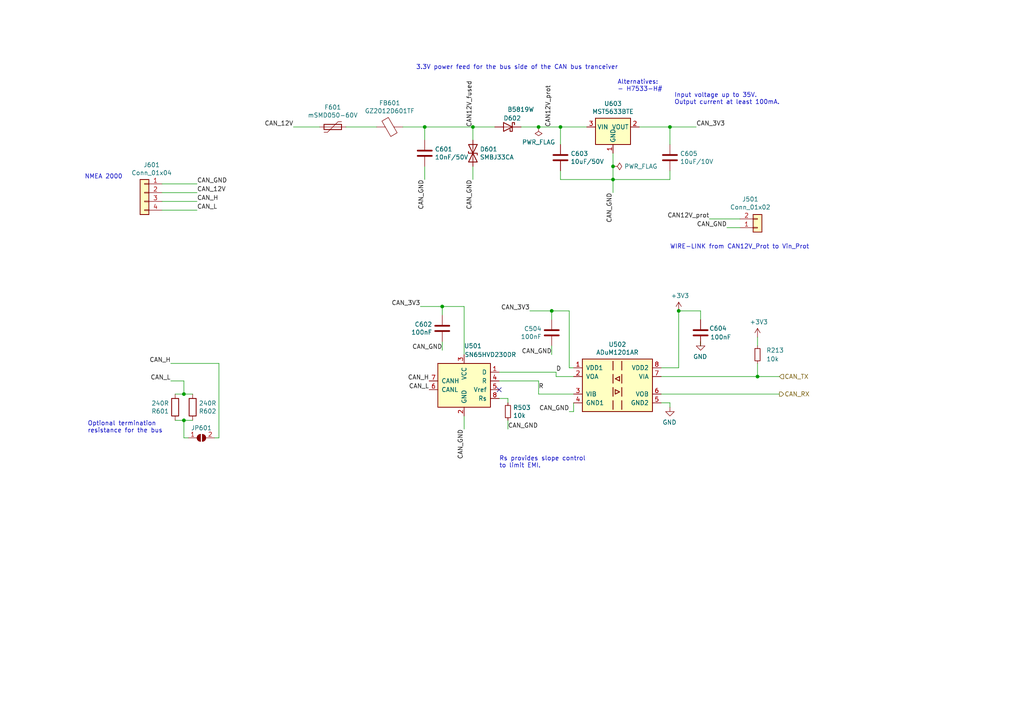
<source format=kicad_sch>
(kicad_sch (version 20211123) (generator eeschema)
  (paper "A4")
  (title_block (title "Sailor Hat with ESP32") (date "2021-12-31") (rev "2.0.1") (company "Hat Labs Ltd") (comment 1 "https://creativecommons.org/licenses/by-sa/4.0") (comment 2 "To view a copy of this license, visit ") (comment 3 "SH-ESP32 is licensed under CC BY-SA 4.0."))
  (lib_symbols
    (symbol "Connector_Generic:Conn_01x02" (pin_names (offset 1.016) hide)
      (property "Reference" "J" (at 0 2.54 0))
      (property "Value" "Conn_01x02" (at 0 -5.08 0))
      (symbol "Conn_01x02_1_1"
        (rectangle (start -1.27 -2.413) (end 0 -2.667) (stroke (width 0.1524)))
        (rectangle (start -1.27 0.127) (end 0 -0.127) (stroke (width 0.1524)))
        (rectangle (start -1.27 1.27) (end 1.27 -3.81) (stroke (width 0.254)) (fill (type background)))
        (pin passive line (at -5.08 0 0) (length 3.81) (name "Pin_1") (number "1"))
        (pin passive line (at -5.08 -2.54 0) (length 3.81) (name "Pin_2") (number "2"))
      )
    )
    (symbol "Connector_Generic:Conn_01x04" (pin_names (offset 1.016) hide)
      (property "Reference" "J" (at 0 5.08 0))
      (property "Value" "Conn_01x04" (at 0 -7.62 0))
      (symbol "Conn_01x04_1_1"
        (rectangle (start -1.27 -4.953) (end 0 -5.207) (stroke (width 0.1524)))
        (rectangle (start -1.27 -2.413) (end 0 -2.667) (stroke (width 0.1524)))
        (rectangle (start -1.27 0.127) (end 0 -0.127) (stroke (width 0.1524)))
        (rectangle (start -1.27 2.667) (end 0 2.413) (stroke (width 0.1524)))
        (rectangle (start -1.27 3.81) (end 1.27 -6.35) (stroke (width 0.254)) (fill (type background)))
        (pin passive line (at -5.08 2.54 0) (length 3.81) (name "Pin_1") (number "1"))
        (pin passive line (at -5.08 0 0) (length 3.81) (name "Pin_2") (number "2"))
        (pin passive line (at -5.08 -2.54 0) (length 3.81) (name "Pin_3") (number "3"))
        (pin passive line (at -5.08 -5.08 0) (length 3.81) (name "Pin_4") (number "4"))
      )
    )
    (symbol "Device:C" (pin_numbers hide) (pin_names (offset 0.254))
      (property "Reference" "C" (at 0.635 2.54 0))
      (property "Value" "C" (at 0.635 -2.54 0))
      (symbol "C_0_1"
        (polyline (pts (xy -2.032 -0.762) (xy 2.032 -0.762)) (stroke (width 0.508)))
        (polyline (pts (xy -2.032 0.762) (xy 2.032 0.762)) (stroke (width 0.508)))
      )
      (symbol "C_1_1"
        (pin passive line (at 0 3.81 270) (length 2.794) (name "~") (number "1"))
        (pin passive line (at 0 -3.81 90) (length 2.794) (name "~") (number "2"))
      )
    )
    (symbol "Device:D_Schottky" (pin_numbers hide) (pin_names (offset 1.016) hide)
      (property "Reference" "D" (at 0 2.54 0))
      (property "Value" "D_Schottky" (at 0 -2.54 0))
      (symbol "D_Schottky_0_1"
        (polyline (pts (xy 1.27 0) (xy -1.27 0)))
        (polyline (pts (xy 1.27 1.27) (xy 1.27 -1.27) (xy -1.27 0) (xy 1.27 1.27)) (stroke (width 0.254)))
        (polyline (pts (xy -1.905 0.635) (xy -1.905 1.27) (xy -1.27 1.27) (xy -1.27 -1.27) (xy -0.635 -1.27) (xy -0.635 -0.635)) (stroke (width 0.254)))
      )
      (symbol "D_Schottky_1_1"
        (pin passive line (at -3.81 0 0) (length 2.54) (name "K") (number "1"))
        (pin passive line (at 3.81 0 180) (length 2.54) (name "A") (number "2"))
      )
    )
    (symbol "Device:D_TVS" (pin_numbers hide) (pin_names (offset 1.016) hide)
      (property "Reference" "D" (at 0 2.54 0))
      (property "Value" "D_TVS" (at 0 -2.54 0))
      (symbol "D_TVS_0_1"
        (polyline (pts (xy 1.27 0) (xy -1.27 0)))
        (polyline (pts (xy 0.508 1.27) (xy 0 1.27) (xy 0 -1.27) (xy -0.508 -1.27)) (stroke (width 0.254)))
        (polyline (pts (xy -2.54 1.27) (xy -2.54 -1.27) (xy 2.54 1.27) (xy 2.54 -1.27) (xy -2.54 1.27)) (stroke (width 0.254)))
      )
      (symbol "D_TVS_1_1"
        (pin passive line (at -3.81 0 0) (length 2.54) (name "A1") (number "1"))
        (pin passive line (at 3.81 0 180) (length 2.54) (name "A2") (number "2"))
      )
    )
    (symbol "Device:FerriteBead" (pin_numbers hide) (pin_names (offset 0))
      (property "Reference" "FB" (at -3.81 0.635 90))
      (property "Value" "FerriteBead" (at 3.81 0 90))
      (symbol "FerriteBead_0_1"
        (polyline (pts (xy 0 -1.27) (xy 0 -1.2192)))
        (polyline (pts (xy 0 1.27) (xy 0 1.2954)))
        (polyline (pts (xy -2.7686 0.4064) (xy -1.7018 2.2606) (xy 2.7686 -0.3048) (xy 1.6764 -2.159) (xy -2.7686 0.4064)))
      )
      (symbol "FerriteBead_1_1"
        (pin passive line (at 0 3.81 270) (length 2.54) (name "~") (number "1"))
        (pin passive line (at 0 -3.81 90) (length 2.54) (name "~") (number "2"))
      )
    )
    (symbol "Device:Polyfuse" (pin_numbers hide) (pin_names (offset 0))
      (property "Reference" "F" (at -2.54 0 90))
      (property "Value" "Polyfuse" (at 2.54 0 90))
      (symbol "Polyfuse_0_1"
        (rectangle (start -0.762 2.54) (end 0.762 -2.54) (stroke (width 0.254)))
        (polyline (pts (xy 0 2.54) (xy 0 -2.54)))
        (polyline (pts (xy -1.524 2.54) (xy -1.524 1.524) (xy 1.524 -1.524) (xy 1.524 -2.54)))
      )
      (symbol "Polyfuse_1_1"
        (pin passive line (at 0 3.81 270) (length 1.27) (name "~") (number "1"))
        (pin passive line (at 0 -3.81 90) (length 1.27) (name "~") (number "2"))
      )
    )
    (symbol "Device:R" (pin_numbers hide) (pin_names (offset 0))
      (property "Reference" "R" (at 2.032 0 90))
      (property "Value" "R" (at 0 0 90))
      (symbol "R_0_1"
        (rectangle (start -1.016 -2.54) (end 1.016 2.54) (stroke (width 0.254)))
      )
      (symbol "R_1_1"
        (pin passive line (at 0 3.81 270) (length 1.27) (name "~") (number "1"))
        (pin passive line (at 0 -3.81 90) (length 1.27) (name "~") (number "2"))
      )
    )
    (symbol "Device:R_Small" (pin_numbers hide) (pin_names (offset 0.254) hide)
      (property "Reference" "R" (at 0.762 0.508 0))
      (property "Value" "R_Small" (at 0.762 -1.016 0))
      (symbol "R_Small_0_1"
        (rectangle (start -0.762 1.778) (end 0.762 -1.778) (stroke (width 0.2032)))
      )
      (symbol "R_Small_1_1"
        (pin passive line (at 0 2.54 270) (length 0.762) (name "~") (number "1"))
        (pin passive line (at 0 -2.54 90) (length 0.762) (name "~") (number "2"))
      )
    )
    (symbol "Interface_CAN_LIN:SN65HVD231" (pin_names (offset 1.016))
      (property "Reference" "U" (at -2.54 10.16 0))
      (property "Value" "SN65HVD231" (at -2.54 7.62 0))
      (symbol "SN65HVD231_0_1"
        (rectangle (start -7.62 5.08) (end 7.62 -7.62) (stroke (width 0.254)) (fill (type background)))
      )
      (symbol "SN65HVD231_1_1"
        (pin input line (at -10.16 2.54 0) (length 2.54) (name "D") (number "1"))
        (pin power_in line (at 0 -10.16 90) (length 2.54) (name "GND") (number "2"))
        (pin power_in line (at 0 7.62 270) (length 2.54) (name "VCC") (number "3"))
        (pin output line (at -10.16 0 0) (length 2.54) (name "R") (number "4"))
        (pin output line (at -10.16 -2.54 0) (length 2.54) (name "Vref") (number "5"))
        (pin bidirectional line (at 10.16 -2.54 180) (length 2.54) (name "CANL") (number "6"))
        (pin bidirectional line (at 10.16 0 180) (length 2.54) (name "CANH") (number "7"))
        (pin input line (at -10.16 -5.08 0) (length 2.54) (name "Rs") (number "8"))
      )
    )
    (symbol "Isolator:ADuM1201AR" (pin_names (offset 1.016))
      (property "Reference" "U" (at -10.16 8.89 0))
      (property "Value" "ADuM1201AR" (at -2.032 8.89 0))
      (symbol "ADuM1201AR_0_1"
        (rectangle (start -10.16 7.62) (end 10.16 -7.62) (stroke (width 0.254)) (fill (type background)))
        (polyline (pts (xy -1.27 -4.445) (xy -1.27 -6.985)) (stroke (width 0.254)))
        (polyline (pts (xy -1.27 -0.635) (xy -1.27 -3.175)) (stroke (width 0.254)))
        (polyline (pts (xy -1.27 3.175) (xy -1.27 0.635)) (stroke (width 0.254)))
        (polyline (pts (xy -1.27 6.985) (xy -1.27 4.445)) (stroke (width 0.254)))
        (polyline (pts (xy 1.27 -4.445) (xy 1.27 -6.985)) (stroke (width 0.254)))
        (polyline (pts (xy 1.27 -0.635) (xy 1.27 -3.175)) (stroke (width 0.254)))
        (polyline (pts (xy 1.27 3.175) (xy 1.27 0.635)) (stroke (width 0.254)))
        (polyline (pts (xy 1.27 6.985) (xy 1.27 4.445)) (stroke (width 0.254)))
        (polyline (pts (xy -0.635 -1.27) (xy -0.635 -2.54) (xy 0.635 -1.905) (xy -0.635 -1.27)) (stroke (width 0.254)))
        (polyline (pts (xy 0.635 2.54) (xy 0.635 1.27) (xy -0.635 1.905) (xy 0.635 2.54)) (stroke (width 0.254)))
      )
      (symbol "ADuM1201AR_1_1"
        (pin power_in line (at -12.7 5.08 0) (length 2.54) (name "VDD1") (number "1"))
        (pin output line (at -12.7 2.54 0) (length 2.54) (name "VOA") (number "2"))
        (pin input line (at -12.7 -2.54 0) (length 2.54) (name "VIB") (number "3"))
        (pin power_in line (at -12.7 -5.08 0) (length 2.54) (name "GND1") (number "4"))
        (pin power_in line (at 12.7 -5.08 180) (length 2.54) (name "GND2") (number "5"))
        (pin output line (at 12.7 -2.54 180) (length 2.54) (name "VOB") (number "6"))
        (pin input line (at 12.7 2.54 180) (length 2.54) (name "VIA") (number "7"))
        (pin power_in line (at 12.7 5.08 180) (length 2.54) (name "VDD2") (number "8"))
      )
    )
    (symbol "Jumper:SolderJumper_2_Open" (pin_names (offset 0) hide)
      (property "Reference" "JP" (at 0 2.032 0))
      (property "Value" "SolderJumper_2_Open" (at 0 -2.54 0))
      (symbol "SolderJumper_2_Open_0_1"
        (arc (start -0.254 1.016) (mid -1.27 0) (end -0.254 -1.016))
        (arc (start -0.254 1.016) (mid -1.27 0) (end -0.254 -1.016) (fill (type outline)))
        (polyline (pts (xy -0.254 1.016) (xy -0.254 -1.016)))
        (polyline (pts (xy 0.254 1.016) (xy 0.254 -1.016)))
        (arc (start 0.254 -1.016) (mid 1.27 0) (end 0.254 1.016))
        (arc (start 0.254 -1.016) (mid 1.27 0) (end 0.254 1.016) (fill (type outline)))
      )
      (symbol "SolderJumper_2_Open_1_1"
        (pin passive line (at -3.81 0 0) (length 2.54) (name "A") (number "1"))
        (pin passive line (at 3.81 0 180) (length 2.54) (name "B") (number "2"))
      )
    )
    (symbol "SH-ESP32:HT75xx-1-SOT23"
      (property "Reference" "U" (at -5.08 -3.81 0))
      (property "Value" "HT75xx-1-SOT23" (at 0 6.35 0))
      (symbol "HT75xx-1-SOT23_0_1"
        (rectangle (start -5.08 5.08) (end 5.08 -2.54) (stroke (width 0.254)) (fill (type background)))
      )
      (symbol "HT75xx-1-SOT23_1_1"
        (pin power_in line (at 0 -5.08 90) (length 2.54) (name "GND") (number "1"))
        (pin power_out line (at 7.62 2.54 180) (length 2.54) (name "VOUT") (number "2"))
        (pin power_in line (at -7.62 2.54 0) (length 2.54) (name "VIN") (number "3"))
      )
    )
    (symbol "power:+3.3V" (power) (pin_names (offset 0))
      (property "Value" "+3.3V" (at 0 3.556 0))
      (symbol "+3.3V_0_1"
        (polyline (pts (xy -0.762 1.27) (xy 0 2.54)))
        (polyline (pts (xy 0 0) (xy 0 2.54)))
        (polyline (pts (xy 0 2.54) (xy 0.762 1.27)))
      )
      (symbol "+3.3V_1_1"
        (pin power_in line (at 0 0 90) (length 0) hide (name "+3V3") (number "1"))
      )
    )
    (symbol "power:GND" (power) (pin_names (offset 0))
      (property "Value" "GND" (at 0 -3.81 0))
      (symbol "GND_0_1"
        (polyline (pts (xy 0 0) (xy 0 -1.27) (xy 1.27 -1.27) (xy 0 -2.54) (xy -1.27 -1.27) (xy 0 -1.27)))
      )
      (symbol "GND_1_1"
        (pin power_in line (at 0 0 270) (length 0) hide (name "GND") (number "1"))
      )
    )
    (symbol "power:PWR_FLAG" (power) (pin_numbers hide) (pin_names (offset 0) hide)
      (property "Value" "PWR_FLAG" (at 0 3.81 0))
      (symbol "PWR_FLAG_0_0"
        (pin power_out line (at 0 0 90) (length 0) (name "pwr") (number "1"))
      )
      (symbol "PWR_FLAG_0_1"
        (polyline (pts (xy 0 0) (xy 0 1.27) (xy -1.016 1.905) (xy 0 2.54) (xy 1.016 1.905) (xy 0 1.27)))
      )
    )
  )
  (junction (at 160.02 90.17))
  (junction (at 53.34 114.3))
  (junction (at 156.21 36.83))
  (junction (at 53.34 121.92))
  (junction (at 194.31 36.83))
  (junction (at 162.56 36.83))
  (junction (at 137.16 36.83))
  (junction (at 219.71 109.22))
  (junction (at 128.27 88.9))
  (junction (at 196.85 90.17))
  (junction (at 123.19 36.83))
  (junction (at 177.8 52.07))
  (junction (at 177.8 48.26))
  (no_connect (at 144.78 113.03))
  (wire (pts (xy 137.16 48.26) (xy 137.16 52.07)))
  (wire (pts (xy 201.93 36.83) (xy 194.31 36.83)))
  (wire (pts (xy 53.34 121.92) (xy 53.34 127)))
  (wire (pts (xy 219.71 109.22) (xy 226.06 109.22)))
  (wire (pts (xy 53.34 121.92) (xy 55.88 121.92)))
  (wire (pts (xy 162.56 52.07) (xy 177.8 52.07)))
  (wire (pts (xy 128.27 101.6) (xy 128.27 99.06)))
  (wire (pts (xy 54.61 127) (xy 53.34 127)))
  (wire (pts (xy 147.32 116.84) (xy 147.32 115.57)))
  (wire (pts (xy 160.02 102.87) (xy 160.02 100.33)))
  (wire (pts (xy 123.19 48.26) (xy 123.19 52.07)))
  (wire (pts (xy 166.37 119.38) (xy 166.37 116.84)))
  (wire (pts (xy 46.99 53.34) (xy 57.15 53.34)))
  (wire (pts (xy 162.56 49.53) (xy 162.56 52.07)))
  (wire (pts (xy 137.16 40.64) (xy 137.16 36.83)))
  (wire (pts (xy 165.1 90.17) (xy 165.1 106.68)))
  (wire (pts (xy 147.32 124.46) (xy 147.32 121.92)))
  (wire (pts (xy 177.8 48.26) (xy 177.8 44.45)))
  (wire (pts (xy 177.8 52.07) (xy 194.31 52.07)))
  (wire (pts (xy 151.13 36.83) (xy 156.21 36.83)))
  (wire (pts (xy 63.5 127) (xy 63.5 105.41)))
  (wire (pts (xy 137.16 36.83) (xy 143.51 36.83)))
  (wire (pts (xy 46.99 60.96) (xy 57.15 60.96)))
  (wire (pts (xy 162.56 41.91) (xy 162.56 36.83)))
  (wire (pts (xy 134.62 88.9) (xy 128.27 88.9)))
  (wire (pts (xy 153.67 90.17) (xy 160.02 90.17)))
  (wire (pts (xy 144.78 110.49) (xy 156.21 110.49)))
  (wire (pts (xy 46.99 58.42) (xy 57.15 58.42)))
  (wire (pts (xy 161.29 107.95) (xy 144.78 107.95)))
  (wire (pts (xy 156.21 114.3) (xy 166.37 114.3)))
  (wire (pts (xy 203.2 100.33) (xy 203.2 99.06)))
  (wire (pts (xy 147.32 115.57) (xy 144.78 115.57)))
  (wire (pts (xy 123.19 40.64) (xy 123.19 36.83)))
  (wire (pts (xy 166.37 109.22) (xy 161.29 109.22)))
  (wire (pts (xy 156.21 36.83) (xy 162.56 36.83)))
  (wire (pts (xy 53.34 114.3) (xy 55.88 114.3)))
  (wire (pts (xy 219.71 105.41) (xy 219.71 109.22)))
  (wire (pts (xy 62.23 127) (xy 63.5 127)))
  (wire (pts (xy 128.27 91.44) (xy 128.27 88.9)))
  (wire (pts (xy 160.02 90.17) (xy 165.1 90.17)))
  (wire (pts (xy 191.77 114.3) (xy 226.06 114.3)))
  (wire (pts (xy 161.29 109.22) (xy 161.29 107.95)))
  (wire (pts (xy 63.5 105.41) (xy 49.53 105.41)))
  (wire (pts (xy 203.2 92.71) (xy 203.2 90.17)))
  (wire (pts (xy 123.19 36.83) (xy 137.16 36.83)))
  (wire (pts (xy 196.85 106.68) (xy 191.77 106.68)))
  (wire (pts (xy 121.92 88.9) (xy 128.27 88.9)))
  (wire (pts (xy 194.31 52.07) (xy 194.31 49.53)))
  (wire (pts (xy 177.8 55.88) (xy 177.8 52.07)))
  (wire (pts (xy 165.1 119.38) (xy 166.37 119.38)))
  (wire (pts (xy 50.8 114.3) (xy 53.34 114.3)))
  (wire (pts (xy 100.33 36.83) (xy 109.22 36.83)))
  (wire (pts (xy 191.77 109.22) (xy 219.71 109.22)))
  (wire (pts (xy 214.63 66.04) (xy 210.82 66.04)))
  (wire (pts (xy 49.53 110.49) (xy 53.34 110.49)))
  (wire (pts (xy 46.99 55.88) (xy 57.15 55.88)))
  (wire (pts (xy 214.63 63.5) (xy 205.74 63.5)))
  (wire (pts (xy 203.2 90.17) (xy 196.85 90.17)))
  (wire (pts (xy 196.85 90.17) (xy 196.85 106.68)))
  (wire (pts (xy 85.09 36.83) (xy 92.71 36.83)))
  (wire (pts (xy 50.8 121.92) (xy 53.34 121.92)))
  (wire (pts (xy 194.31 36.83) (xy 185.42 36.83)))
  (wire (pts (xy 53.34 114.3) (xy 53.34 110.49)))
  (wire (pts (xy 134.62 88.9) (xy 134.62 102.87)))
  (wire (pts (xy 194.31 41.91) (xy 194.31 36.83)))
  (wire (pts (xy 134.62 124.46) (xy 134.62 120.65)))
  (wire (pts (xy 156.21 110.49) (xy 156.21 114.3)))
  (wire (pts (xy 219.71 97.79) (xy 219.71 100.33)))
  (wire (pts (xy 160.02 92.71) (xy 160.02 90.17)))
  (wire (pts (xy 194.31 116.84) (xy 191.77 116.84)))
  (wire (pts (xy 116.84 36.83) (xy 123.19 36.83)))
  (wire (pts (xy 162.56 36.83) (xy 170.18 36.83)))
  (wire (pts (xy 194.31 118.11) (xy 194.31 116.84)))
  (wire (pts (xy 177.8 52.07) (xy 177.8 48.26)))
  (wire (pts (xy 165.1 106.68) (xy 166.37 106.68)))
  (text "3.3V power feed for the bus side of the CAN bus tranceiver" (at 120.65 20.32 0) (effects (font (size 1.27 1.27)) (justify left bottom)))
  (text "Rs provides slope control\nto limit EMI." (at 144.78 135.89 0) (effects (font (size 1.27 1.27)) (justify left bottom)))
  (text "NMEA 2000" (at 35.56 52.07 180) (effects (font (size 1.27 1.27)) (justify right bottom)))
  (text "WIRE-LINK from CAN12V_Prot to Vin_Prot" (at 194.31 72.39 0) (effects (font (size 1.27 1.27)) (justify left bottom)))
  (text "Input voltage up to 35V.\nOutput current at least 100mA." (at 195.58 30.48 0) (effects (font (size 1.27 1.27)) (justify left bottom)))
  (text "Optional termination\nresistance for the bus" (at 25.4 125.73 0) (effects (font (size 1.27 1.27)) (justify left bottom)))
  (text "Alternatives:\n- H7533-H#" (at 179.07 26.67 0) (effects (font (size 1.27 1.27)) (justify left bottom)))
  (label "CAN_GND" (at 123.19 52.07 270))
  (label "CAN_GND" (at 177.8 55.88 270))
  (label "CAN_GND" (at 128.27 101.6 180))
  (label "CAN_L" (at 49.53 110.49 180))
  (label "CAN12V_prot" (at 205.74 63.5 180))
  (label "CAN_H" (at 124.46 110.49 180))
  (label "CAN_H" (at 57.15 58.42 0))
  (label "R" (at 156.21 113.03 0))
  (label "D" (at 161.29 107.95 0))
  (label "CAN_12V" (at 85.09 36.83 180))
  (label "CAN_GND" (at 57.15 53.34 0))
  (label "CAN_GND" (at 160.02 102.87 180))
  (label "CAN_GND" (at 147.32 124.46 0))
  (label "CAN12V_fused" (at 137.16 36.83 90))
  (label "CAN_L" (at 124.46 113.03 180))
  (label "CAN_GND" (at 134.62 124.46 270))
  (label "CAN_GND" (at 165.1 119.38 180))
  (label "CAN_H" (at 49.53 105.41 180))
  (label "CAN_GND" (at 137.16 52.07 270))
  (label "CAN_L" (at 57.15 60.96 0))
  (label "CAN_12V" (at 57.15 55.88 0))
  (label "CAN_3V3" (at 153.67 90.17 180))
  (label "CAN_GND" (at 210.82 66.04 180))
  (label "CAN_3V3" (at 201.93 36.83 0))
  (label "CAN_3V3" (at 121.92 88.9 180))
  (label "CAN12V_prot" (at 160.02 36.83 90))
  (hierarchical_label "CAN_TX" (shape input) (at 226.06 109.22 0))
  (hierarchical_label "CAN_RX" (shape output) (at 226.06 114.3 0))
  (symbol (lib_id "Device:R") (at 50.8 118.11 180) (unit 1)
    (property "Reference" "R601" (at 49.022 119.2784 0) (effects (justify left)))
    (property "Value" "240R" (at 49.022 116.967 0) (effects (justify left)))
    (property "Footprint" "Resistor_SMD:R_0805_2012Metric" (effects hide))
    (property "LCSC" "C17572" (effects hide))
  )
  (symbol (lib_id "power:GND") (at 194.31 118.11 0) (mirror y) (unit 1)
    (property "Reference" "#PWR0602" (effects hide))
    (property "Value" "GND" (at 194.183 122.5042 0))
  )
  (symbol (lib_id "Device:C") (at 203.2 96.52 0) (mirror y) (unit 1)
    (property "Reference" "C604" (at 210.82 95.25 0) (effects (justify left)))
    (property "Value" "100nF" (at 212.09 97.79 0) (effects (justify left)))
    (property "Footprint" "Capacitor_SMD:C_0402_1005Metric" (effects hide))
    (property "LCSC" "C1525" (effects hide))
  )
  (symbol (lib_id "power:GND") (at 203.2 99.06 0) (mirror y) (unit 1)
    (property "Reference" "#PWR0603" (effects hide))
    (property "Value" "GND" (at 203.073 103.4542 0))
  )
  (symbol (lib_id "Device:C") (at 128.27 95.25 0) (mirror y) (unit 1)
    (property "Reference" "C602" (at 125.349 94.0816 0) (effects (justify left)))
    (property "Value" "100nF" (at 125.349 96.393 0) (effects (justify left)))
    (property "Footprint" "Capacitor_SMD:C_0402_1005Metric" (effects hide))
    (property "LCSC" "C1525" (effects hide))
  )
  (symbol (lib_id "power:+3.3V") (at 196.85 90.17 0) (unit 1)
    (property "Reference" "#PWR0103" (effects hide))
    (property "Value" "+3.3V" (at 197.231 85.7758 0))
  )
  (symbol (lib_id "SH-ESP32:HT75xx-1-SOT23") (at 177.8 39.37 0) (unit 1)
    (property "Reference" "U603" (at 177.8 30.0482 0))
    (property "Value" "MST5633BTE" (at 177.8 32.3596 0))
    (property "Footprint" "Package_TO_SOT_SMD:SOT-23" (effects hide))
    (property "Datasheet" "https://datasheet.lcsc.com/lcsc/2005041732_MST-MST5633BTE_C525415.pdf" (effects hide))
    (property "LCSC" "C525415" (effects hide))
  )
  (symbol (lib_id "Device:Polyfuse") (at 96.52 36.83 270) (unit 1)
    (property "Reference" "F601" (at 96.52 31.115 90))
    (property "Value" "mSMD050-60V" (at 96.52 33.4264 90))
    (property "Footprint" "Fuse:Fuse_1812_4532Metric" (effects hide))
    (property "Datasheet" "https://datasheet.lcsc.com/szlcsc/TECHFUSE-mSMD050-60V_C70113.pdf" (effects hide))
    (property "LCSC" "C70113" (effects hide))
  )
  (symbol (lib_id "Device:D_TVS") (at 137.16 44.45 270) (unit 1)
    (property "Reference" "D601" (at 139.1666 43.2816 90) (effects (justify left)))
    (property "Value" "SMBJ33CA" (at 139.1666 45.593 90) (effects (justify left)))
    (property "Footprint" "Diode_SMD:D_SMB" (effects hide))
    (property "LCSC" "C114000" (effects hide))
  )
  (symbol (lib_id "power:PWR_FLAG") (at 156.21 36.83 180) (unit 1)
    (property "Reference" "#FLG0601" (effects hide))
    (property "Value" "PWR_FLAG" (at 156.21 41.2242 0))
  )
  (symbol (lib_id "power:PWR_FLAG") (at 177.8 48.26 270) (unit 1)
    (property "Reference" "#FLG0602" (effects hide))
    (property "Value" "PWR_FLAG" (at 181.0512 48.26 90) (effects (justify left)))
  )
  (symbol (lib_id "Device:C") (at 162.56 45.72 0) (unit 1)
    (property "Reference" "C603" (at 165.481 44.5516 0) (effects (justify left)))
    (property "Value" "10uF/50V" (at 165.481 46.863 0) (effects (justify left)))
    (property "Footprint" "Capacitor_SMD:C_1206_3216Metric" (effects hide))
    (property "LCSC" "C13585" (effects hide))
  )
  (symbol (lib_id "Device:C") (at 194.31 45.72 0) (unit 1)
    (property "Reference" "C605" (at 197.231 44.5516 0) (effects (justify left)))
    (property "Value" "10uF/10V" (at 197.231 46.863 0) (effects (justify left)))
    (property "Footprint" "Capacitor_SMD:C_0603_1608Metric" (effects hide))
    (property "LCSC" "C19702" (effects hide))
  )
  (symbol (lib_id "Device:FerriteBead") (at 113.03 36.83 90) (mirror x) (unit 1)
    (property "Reference" "FB601" (at 113.03 29.8704 90))
    (property "Value" "GZ2012D601TF" (at 113.03 32.1818 90))
    (property "Footprint" "Inductor_SMD:L_0805_2012Metric" (effects hide))
    (property "LCSC" "C1017" (effects hide))
  )
  (symbol (lib_id "Connector_Generic:Conn_01x04") (at 41.91 55.88 0) (mirror y) (unit 1)
    (property "Reference" "J601" (at 43.9928 47.8282 0))
    (property "Value" "Conn_01x04" (at 43.9928 50.1396 0))
    (property "Footprint" "Connector_Phoenix_MC:PhoenixContact_MCV_1,5_4-G-3.81_1x04_P3.81mm_Vertical" (effects hide))
    (property "LCSC" " C8410" (effects hide))
  )
  (symbol (lib_id "Device:D_Schottky") (at 147.32 36.83 0) (mirror y) (unit 1)
    (property "Reference" "D602" (at 151.13 34.29 0) (effects (justify left)))
    (property "Value" "B5819W" (at 154.94 31.75 0) (effects (justify left)))
    (property "Footprint" "Diode_SMD:D_SOD-123" (effects hide))
    (property "LCSC" "C8598" (effects hide))
  )
  (symbol (lib_id "Jumper:SolderJumper_2_Open") (at 58.42 127 0) (unit 1)
    (property "Reference" "JP601" (at 58.42 124.1298 0))
    (property "Value" "SolderJumper_2_Open" (effects hide))
    (property "Footprint" "SH-ESP32:SolderJumper-2_P1.3mm_Open_TrianglePad_Narrow" (effects hide))
  )
  (symbol (lib_id "Device:C") (at 123.19 44.45 0) (unit 1)
    (property "Reference" "C601" (at 126.111 43.2816 0) (effects (justify left)))
    (property "Value" "10nF/50V" (at 126.111 45.593 0) (effects (justify left)))
    (property "Footprint" "Capacitor_SMD:C_0402_1005Metric" (effects hide))
    (property "LCSC" "C15195" (effects hide))
  )
  (symbol (lib_id "Device:R") (at 55.88 118.11 0) (mirror x) (unit 1)
    (property "Reference" "R602" (at 57.658 119.2784 0) (effects (justify left)))
    (property "Value" "240R" (at 57.658 116.967 0) (effects (justify left)))
    (property "Footprint" "Resistor_SMD:R_0805_2012Metric" (effects hide))
    (property "LCSC" "C17572" (effects hide))
  )
  (symbol (lib_id "Isolator:ADuM1201AR") (at 179.07 111.76 0) (unit 1)
    (property "Reference" "U502" (at 179.07 99.8982 0))
    (property "Value" "ADuM1201AR" (at 179.07 102.2096 0))
    (property "Footprint" "Package_SO:SOIC-8_3.9x4.9mm_P1.27mm" (effects hide))
    (property "Datasheet" "https://www.analog.com/media/en/technical-documentation/data-sheets/ADuM1200_1201.pdf" (effects hide))
    (property "LCSC" "C9669" (effects hide))
  )
  (symbol (lib_id "Device:C") (at 160.02 96.52 0) (mirror y) (unit 1)
    (property "Reference" "C504" (at 157.099 95.3516 0) (effects (justify left)))
    (property "Value" "100nF" (at 157.099 97.663 0) (effects (justify left)))
    (property "Footprint" "Capacitor_SMD:C_0402_1005Metric" (effects hide))
    (property "LCSC" "C1525" (effects hide))
  )
  (symbol (lib_id "Interface_CAN_LIN:SN65HVD231") (at 134.62 110.49 0) (mirror y) (unit 1)
    (property "Reference" "U501" (at 137.16 100.33 0))
    (property "Value" "SN65HVD230DR" (at 142.24 102.87 0))
    (property "Footprint" "Package_SO:SOIC-8_3.9x4.9mm_P1.27mm" (effects hide))
    (property "Datasheet" "http://www.ti.com/lit/ds/symlink/sn65hvd230.pdf" (effects hide))
    (property "LCSC" "C12084" (effects hide))
  )
  (symbol (lib_id "Device:R_Small") (at 147.32 119.38 0) (unit 1)
    (property "Reference" "R503" (at 148.8186 118.2116 0) (effects (justify left)))
    (property "Value" "10k" (at 148.8186 120.523 0) (effects (justify left)))
    (property "Footprint" "Resistor_SMD:R_0402_1005Metric" (effects hide))
    (property "LCSC" "C25744" (effects hide))
  )
  (symbol (lib_id "Connector_Generic:Conn_01x02") (at 219.71 66.04 0) (mirror x) (unit 1)
    (property "Reference" "J501" (at 217.6272 57.785 0))
    (property "Value" "Conn_01x02" (at 217.6272 60.0964 0))
    (property "Footprint" "Connector_PinHeader_2.54mm:PinHeader_1x02_P2.54mm_Vertical" (effects hide))
    (property "LCSC" "C492401" (effects hide))
  )
  (symbol (lib_id "Device:R_Small") (at 219.71 102.87 0) (unit 1)
    (property "Reference" "R213" (at 222.25 101.5999 0) (effects (justify left)))
    (property "Value" "10k" (at 222.25 104.1399 0) (effects (justify left)))
    (property "Footprint" "Resistor_SMD:R_0402_1005Metric" (effects hide))
    (property "LCSC" "C25744" (effects hide))
  )
  (symbol (lib_id "power:+3.3V") (at 219.71 97.79 0) (unit 1)
    (property "Reference" "#PWR0212" (effects hide))
    (property "Value" "+3.3V" (at 220.091 93.3958 0))
  )
)
</source>
